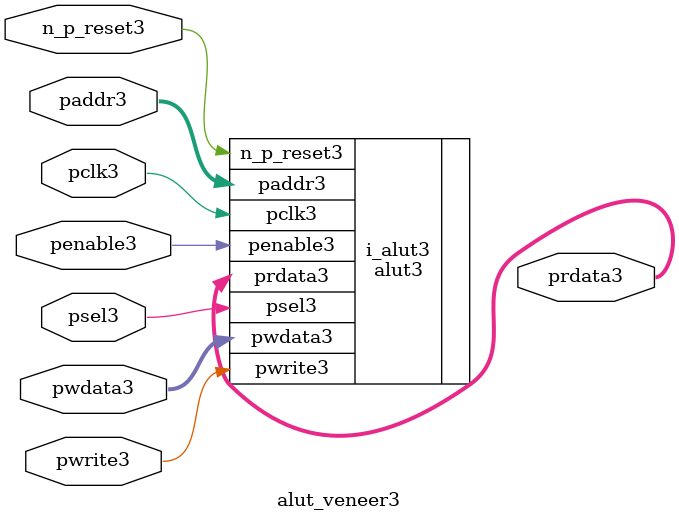
<source format=v>
module alut_veneer3
(   
   // Inputs3
   pclk3,
   n_p_reset3,
   psel3,            
   penable3,       
   pwrite3,         
   paddr3,           
   pwdata3,          

   // Outputs3
   prdata3  
);

   // APB3 Inputs3
   input             pclk3;               // APB3 clock3                          
   input             n_p_reset3;          // Reset3                              
   input             psel3;               // Module3 select3 signal3               
   input             penable3;            // Enable3 signal3                      
   input             pwrite3;             // Write when HIGH3 and read when LOW3  
   input [6:0]       paddr3;              // Address bus for read write         
   input [31:0]      pwdata3;             // APB3 write bus                      

   output [31:0]     prdata3;             // APB3 read bus                       


//-----------------------------------------------------------------------
//##############################################################################
// if the ALUT3 is NOT3 black3 boxed3 
//##############################################################################
`ifndef FV_KIT_BLACK_BOX_LUT3 


alut3 i_alut3 (
        //inputs3
        . n_p_reset3(n_p_reset3),
        . pclk3(pclk3),
        . psel3(psel3),
        . penable3(penable3),
        . pwrite3(pwrite3),
        . paddr3(paddr3[6:0]),
        . pwdata3(pwdata3),

        //outputs3
        . prdata3(prdata3)
);


`else 
//##############################################################################
// if the <module> is black3 boxed3 
//##############################################################################

   // APB3 Inputs3
   wire              pclk3;               // APB3 clock3                          
   wire              n_p_reset3;          // Reset3                              
   wire              psel3;               // Module3 select3 signal3               
   wire              penable3;            // Enable3 signal3                      
   wire              pwrite3;             // Write when HIGH3 and read when LOW3  
   wire  [6:0]       paddr3;              // Address bus for read write         
   wire  [31:0]      pwdata3;             // APB3 write bus                      

   reg   [31:0]      prdata3;             // APB3 read bus                       


`endif

endmodule

</source>
